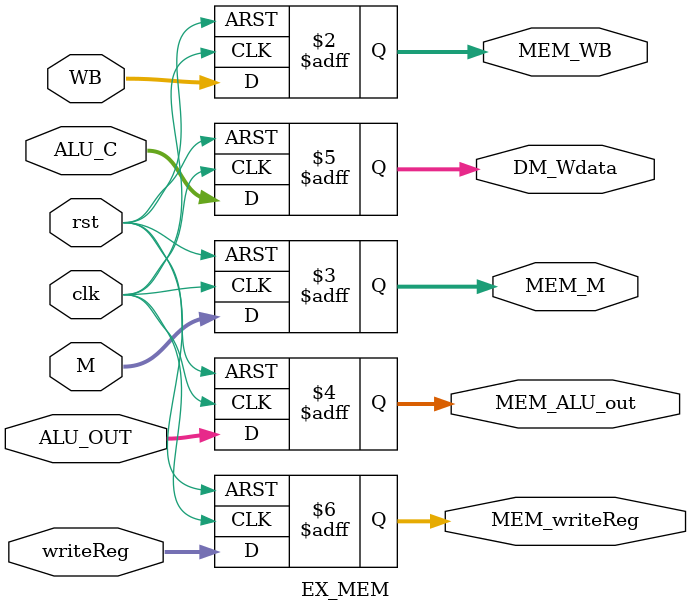
<source format=v>
`timescale 1ns/1ns

module EX_MEM (input clk, rst, input [1:0] WB, M, input [31:0] ALU_OUT, ALU_C, input [4:0] writeReg,
               output reg [1:0] MEM_WB, MEM_M, output reg [31:0] MEM_ALU_out, DM_Wdata, output reg [4:0] MEM_writeReg);

  always @(posedge clk, posedge rst) begin
   if (rst) begin
     {MEM_WB, MEM_M} <= 4'b0;
     {MEM_ALU_out, DM_Wdata} <= 64'b0;
     MEM_writeReg <= 5'b0;
   end
   else begin
   {MEM_WB, MEM_M} <= {WB, M};
   {MEM_ALU_out, DM_Wdata} <= {ALU_OUT, ALU_C};
   MEM_writeReg <= writeReg;
   end
  end

endmodule

</source>
